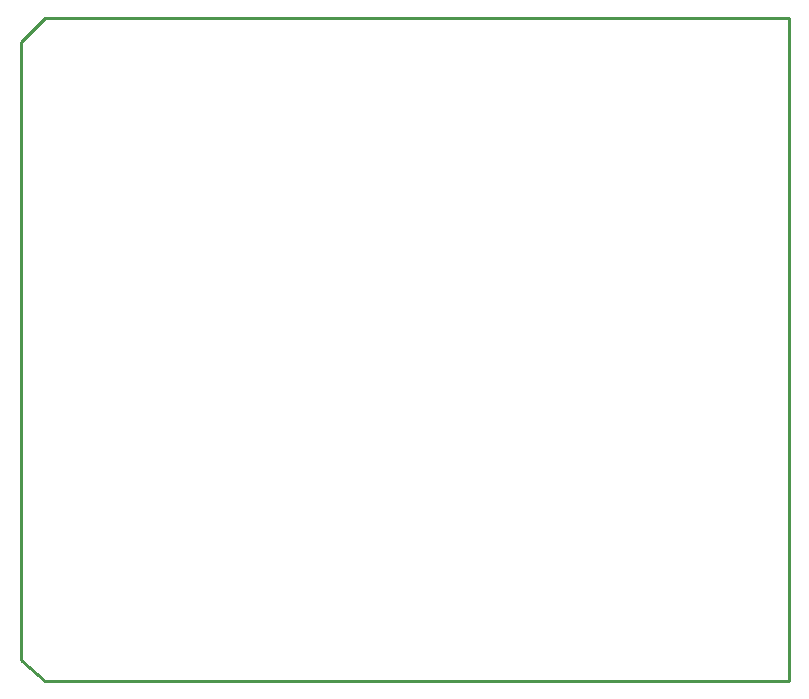
<source format=gko>
G04 ---------------------------- Layer name :KeepOutLayer*
G04 EasyEDA v5.8.20, Fri, 02 Nov 2018 18:29:30 GMT*
G04 36527c8444ce4c4c8eb284ebc49f3122*
G04 Gerber Generator version 0.2*
G04 Scale: 100 percent, Rotated: No, Reflected: No *
G04 Dimensions in millimeters *
G04 leading zeros omitted , absolute positions ,3 integer and 3 decimal *
%FSLAX33Y33*%
%MOMM*%
G90*
G71D02*

%ADD10C,0.254000*%
G54D10*
G01X65024Y56134D02*
G01X65024Y0D01*
G01X2032Y0D01*
G01X0Y1778D01*
G01X0Y16256D01*
G01X0Y40132D01*
G01X0Y54102D01*
G01X2032Y56134D01*
G01X65024Y56134D01*
G01X65024Y53086D01*

%LPD*%
M00*
M02*

</source>
